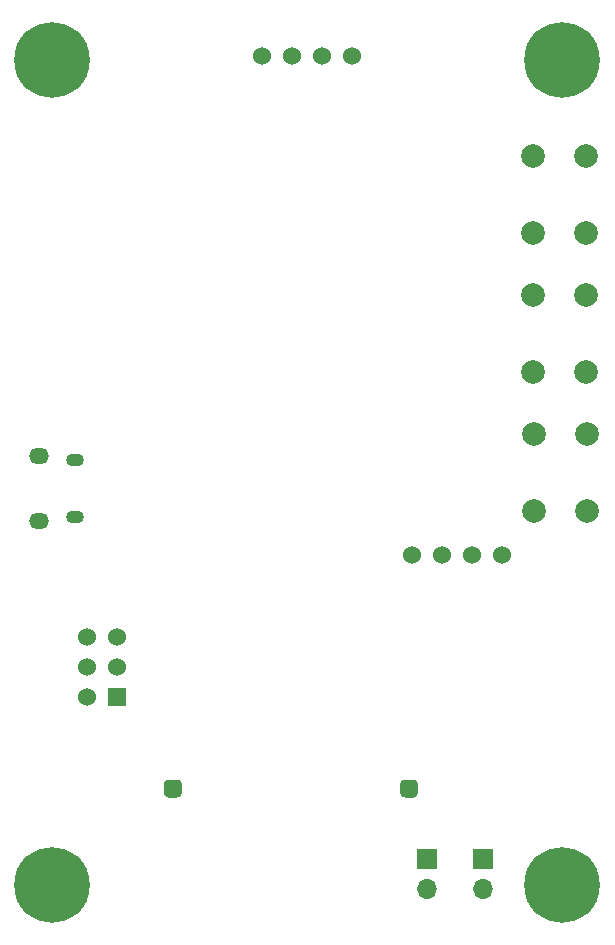
<source format=gbr>
%TF.GenerationSoftware,KiCad,Pcbnew,5.1.8-db9833491~87~ubuntu20.04.1*%
%TF.CreationDate,2020-11-19T17:12:54+01:00*%
%TF.ProjectId,custom-arduino-rtc-temperature-humidity,63757374-6f6d-42d6-9172-6475696e6f2d,rev?*%
%TF.SameCoordinates,Original*%
%TF.FileFunction,Soldermask,Bot*%
%TF.FilePolarity,Negative*%
%FSLAX46Y46*%
G04 Gerber Fmt 4.6, Leading zero omitted, Abs format (unit mm)*
G04 Created by KiCad (PCBNEW 5.1.8-db9833491~87~ubuntu20.04.1) date 2020-11-19 17:12:54*
%MOMM*%
%LPD*%
G01*
G04 APERTURE LIST*
%ADD10O,1.700000X1.700000*%
%ADD11R,1.700000X1.700000*%
%ADD12C,1.524000*%
%ADD13C,2.000000*%
%ADD14R,1.524000X1.524000*%
%ADD15C,0.800000*%
%ADD16C,6.400000*%
%ADD17O,1.700000X1.350000*%
%ADD18O,1.500000X1.100000*%
G04 APERTURE END LIST*
D10*
%TO.C,J7*%
X139700000Y-94361000D03*
D11*
X139700000Y-91821000D03*
%TD*%
D10*
%TO.C,J6*%
X144399000Y-94361000D03*
D11*
X144399000Y-91821000D03*
%TD*%
%TO.C,BT2*%
G36*
G01*
X118905000Y-85457000D02*
X118905000Y-86219000D01*
G75*
G02*
X118524000Y-86600000I-381000J0D01*
G01*
X117762000Y-86600000D01*
G75*
G02*
X117381000Y-86219000I0J381000D01*
G01*
X117381000Y-85457000D01*
G75*
G02*
X117762000Y-85076000I381000J0D01*
G01*
X118524000Y-85076000D01*
G75*
G02*
X118905000Y-85457000I0J-381000D01*
G01*
G37*
G36*
G01*
X138905000Y-85457000D02*
X138905000Y-86219000D01*
G75*
G02*
X138524000Y-86600000I-381000J0D01*
G01*
X137762000Y-86600000D01*
G75*
G02*
X137381000Y-86219000I0J381000D01*
G01*
X137381000Y-85457000D01*
G75*
G02*
X137762000Y-85076000I381000J0D01*
G01*
X138524000Y-85076000D01*
G75*
G02*
X138905000Y-85457000I0J-381000D01*
G01*
G37*
%TD*%
D12*
%TO.C,J4*%
X133350000Y-23830000D03*
X130810000Y-23830000D03*
X128270000Y-23830000D03*
X125730000Y-23830000D03*
%TD*%
%TO.C,J3*%
X138430000Y-66040000D03*
X146050000Y-66040000D03*
X143510000Y-66040000D03*
X140970000Y-66040000D03*
%TD*%
D13*
%TO.C,SW3*%
X153187400Y-62303800D03*
X148687400Y-62303800D03*
X153187400Y-55803800D03*
X148687400Y-55803800D03*
%TD*%
%TO.C,SW2*%
X153162000Y-38783400D03*
X148662000Y-38783400D03*
X153162000Y-32283400D03*
X148662000Y-32283400D03*
%TD*%
%TO.C,SW1*%
X153162000Y-50569000D03*
X148662000Y-50569000D03*
X153162000Y-44069000D03*
X148662000Y-44069000D03*
%TD*%
D12*
%TO.C,J1*%
X110871000Y-73025000D03*
X113411000Y-73025000D03*
X110871000Y-75565000D03*
X113411000Y-75565000D03*
X110871000Y-78105000D03*
D14*
X113411000Y-78105000D03*
%TD*%
D15*
%TO.C,H4*%
X152827056Y-92282944D03*
X151130000Y-91580000D03*
X149432944Y-92282944D03*
X148730000Y-93980000D03*
X149432944Y-95677056D03*
X151130000Y-96380000D03*
X152827056Y-95677056D03*
X153530000Y-93980000D03*
D16*
X151130000Y-93980000D03*
%TD*%
D17*
%TO.C,J2*%
X106835000Y-63157000D03*
X106835000Y-57697000D03*
D18*
X109835000Y-62847000D03*
X109835000Y-58007000D03*
%TD*%
D15*
%TO.C,H3*%
X152827056Y-22432944D03*
X151130000Y-21730000D03*
X149432944Y-22432944D03*
X148730000Y-24130000D03*
X149432944Y-25827056D03*
X151130000Y-26530000D03*
X152827056Y-25827056D03*
X153530000Y-24130000D03*
D16*
X151130000Y-24130000D03*
%TD*%
D15*
%TO.C,H2*%
X109647056Y-92282944D03*
X107950000Y-91580000D03*
X106252944Y-92282944D03*
X105550000Y-93980000D03*
X106252944Y-95677056D03*
X107950000Y-96380000D03*
X109647056Y-95677056D03*
X110350000Y-93980000D03*
D16*
X107950000Y-93980000D03*
%TD*%
D15*
%TO.C,H1*%
X109647056Y-22432944D03*
X107950000Y-21730000D03*
X106252944Y-22432944D03*
X105550000Y-24130000D03*
X106252944Y-25827056D03*
X107950000Y-26530000D03*
X109647056Y-25827056D03*
X110350000Y-24130000D03*
D16*
X107950000Y-24130000D03*
%TD*%
M02*

</source>
